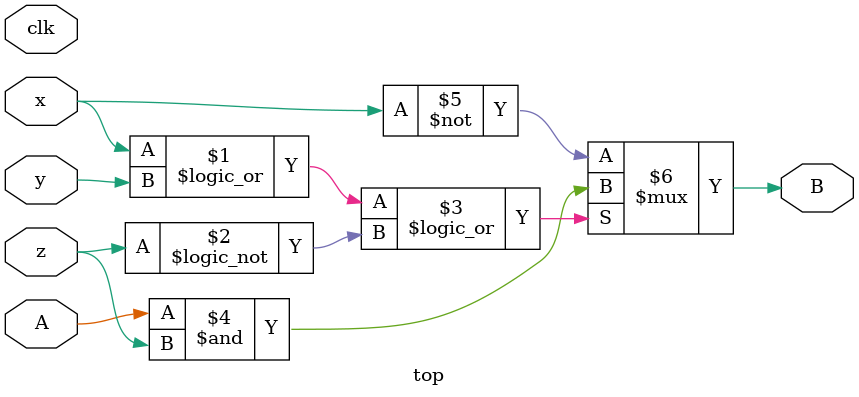
<source format=v>
module top
(
 input x,
 input y,
 input z,
 input clk,

 input A,
 output B
 );
 
`ifndef BUG
assign  B = (x || y || !z)?  (A & z) : ~x;
`else
assign B =  z - y + x;

`endif

endmodule

</source>
